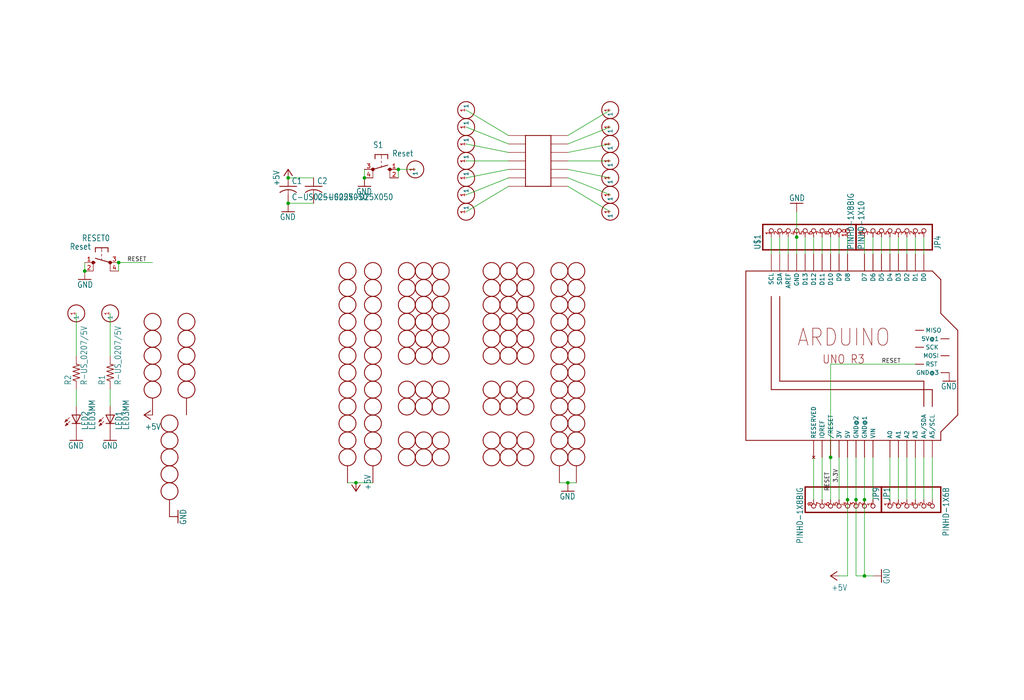
<source format=kicad_sch>
(kicad_sch (version 20211123) (generator eeschema)
  (paper "User" 306.883 210.007)
  (lib_symbols
    (symbol "eagleSchem-eagle-import:+5V" (power)
      (property "Value" "+5V" (at -2.54 -5.08 90))
      (symbol "+5V_1_0"
        (polyline (pts (xy 0 0) (xy -1.27 -1.905)) (stroke (width 0.254)))
        (polyline (pts (xy 1.27 -1.905) (xy 0 0)) (stroke (width 0.254)))
        (pin power_in line (at 0 -2.54 90) (length 2.54) (name "+5V") (number "1"))
      )
    )
    (symbol "eagleSchem-eagle-import:10-XX"
      (property "Reference" "S" (at -6.35 -2.54 90))
      (property "Value" "10-XX" (at -3.81 3.175 90))
      (symbol "10-XX_1_0"
        (circle (center 0 -2.54) (radius 0.127) (stroke (width 0.4064)))
        (polyline (pts (xy -4.445 -1.905) (xy -3.175 -1.905)) (stroke (width 0.254)))
        (polyline (pts (xy -4.445 0) (xy -4.445 -1.905)) (stroke (width 0.254)))
        (polyline (pts (xy -4.445 0) (xy -3.175 0)) (stroke (width 0.1524)))
        (polyline (pts (xy -4.445 1.905) (xy -4.445 0)) (stroke (width 0.254)))
        (polyline (pts (xy -4.445 1.905) (xy -3.175 1.905)) (stroke (width 0.254)))
        (polyline (pts (xy -2.54 0) (xy -1.905 0)) (stroke (width 0.1524)))
        (polyline (pts (xy -1.27 0) (xy -0.635 0)) (stroke (width 0.1524)))
        (polyline (pts (xy 0 -2.54) (xy -1.27 1.905)) (stroke (width 0.254)))
        (polyline (pts (xy 0 1.905) (xy 0 2.54)) (stroke (width 0.254)))
        (polyline (pts (xy 2.54 -2.54) (xy 0 -2.54)) (stroke (width 0.1524)))
        (polyline (pts (xy 2.54 2.54) (xy 0 2.54)) (stroke (width 0.1524)))
        (circle (center 0 2.54) (radius 0.127) (stroke (width 0.4064)))
        (pin passive line (at 0 5.08 270) (length 2.54) (name "S") (number "1"))
        (pin passive line (at 2.54 5.08 270) (length 2.54) (name "S1") (number "2"))
        (pin passive line (at 0 -5.08 90) (length 2.54) (name "P") (number "3"))
        (pin passive line (at 2.54 -5.08 90) (length 2.54) (name "P1") (number "4"))
      )
    )
    (symbol "eagleSchem-eagle-import:12-STRIP"
      (symbol "12-STRIP_1_0"
        (circle (center -25.4 0) (radius 2.54) (stroke (width 0.254)))
        (circle (center -20.32 0) (radius 2.54) (stroke (width 0.254)))
        (circle (center -15.24 0) (radius 2.54) (stroke (width 0.254)))
        (circle (center -10.16 0) (radius 2.54) (stroke (width 0.254)))
        (circle (center -5.08 0) (radius 2.54) (stroke (width 0.254)))
        (circle (center 0 0) (radius 2.54) (stroke (width 0.254)))
        (circle (center 5.08 0) (radius 2.54) (stroke (width 0.254)))
        (circle (center 10.16 0) (radius 2.54) (stroke (width 0.254)))
        (circle (center 15.24 0) (radius 2.54) (stroke (width 0.254)))
        (circle (center 20.32 0) (radius 2.54) (stroke (width 0.254)))
        (circle (center 25.4 0) (radius 2.54) (stroke (width 0.254)))
        (circle (center 30.48 0) (radius 2.54) (stroke (width 0.254)))
        (pin bidirectional line (at -33.02 0 0) (length 5.08) (name "P$1") (number "P$1"))
      )
    )
    (symbol "eagleSchem-eagle-import:3-STRIP"
      (symbol "3-STRIP_1_0"
        (circle (center -5.08 0) (radius 2.54) (stroke (width 0.254)))
        (circle (center 0 0) (radius 2.54) (stroke (width 0.254)))
        (circle (center 5.08 0) (radius 2.54) (stroke (width 0.254)))
      )
    )
    (symbol "eagleSchem-eagle-import:5-STRIP"
      (symbol "5-STRIP_1_0"
        (circle (center 0 0) (radius 2.54) (stroke (width 0.254)))
        (circle (center 5.08 0) (radius 2.54) (stroke (width 0.254)))
        (circle (center 10.16 0) (radius 2.54) (stroke (width 0.254)))
        (circle (center 15.24 0) (radius 2.54) (stroke (width 0.254)))
        (circle (center 20.32 0) (radius 2.54) (stroke (width 0.254)))
        (pin bidirectional line (at -7.62 0 0) (length 5.08) (name "P$1") (number "P$3"))
      )
    )
    (symbol "eagleSchem-eagle-import:ARDUINO_R3_ICSP"
      (symbol "ARDUINO_R3_ICSP_1_0"
        (polyline (pts (xy 0 0) (xy 58.42 0)) (stroke (width 0.254)))
        (polyline (pts (xy 0 50.8) (xy 0 0)) (stroke (width 0.254)))
        (polyline (pts (xy 7.62 15.24) (xy 55.88 15.24)) (stroke (width 0.254)))
        (polyline (pts (xy 7.62 43.18) (xy 7.62 15.24)) (stroke (width 0.254)))
        (polyline (pts (xy 10.16 17.78) (xy 53.34 17.78)) (stroke (width 0.254)))
        (polyline (pts (xy 10.16 43.18) (xy 10.16 17.78)) (stroke (width 0.254)))
        (polyline (pts (xy 53.34 17.78) (xy 53.34 10.16)) (stroke (width 0.254)))
        (polyline (pts (xy 55.88 15.24) (xy 55.88 10.16)) (stroke (width 0.254)))
        (polyline (pts (xy 55.88 50.8) (xy 0 50.8)) (stroke (width 0.254)))
        (polyline (pts (xy 58.42 0) (xy 58.42 2.54)) (stroke (width 0.254)))
        (polyline (pts (xy 58.42 2.54) (xy 63.5 7.62)) (stroke (width 0.254)))
        (polyline (pts (xy 58.42 38.1) (xy 58.42 48.26)) (stroke (width 0.254)))
        (polyline (pts (xy 58.42 48.26) (xy 55.88 50.8)) (stroke (width 0.254)))
        (polyline (pts (xy 63.5 7.62) (xy 63.5 33.02)) (stroke (width 0.254)))
        (polyline (pts (xy 63.5 33.02) (xy 58.42 38.1)) (stroke (width 0.254)))
        (text "ARDUINO" (at 15.24 27.94 0) (effects (font (size 5.08 4.318)) (justify left bottom)))
        (text "UNO R3" (at 22.86 22.86 0) (effects (font (size 2.54 2.159)) (justify left bottom)))
        (pin power_in line (at 27.94 -5.08 90) (length 5.08) (name "3V") (number "3V"))
        (pin power_in line (at 30.48 -5.08 90) (length 5.08) (name "5V") (number "5V"))
        (pin passive line (at 60.96 30.48 180) (length 2.54) (name "5V@1") (number "5V_ICSP"))
        (pin bidirectional line (at 43.18 -5.08 90) (length 5.08) (name "A0") (number "A0"))
        (pin bidirectional line (at 45.72 -5.08 90) (length 5.08) (name "A1") (number "A1"))
        (pin bidirectional line (at 48.26 -5.08 90) (length 5.08) (name "A2") (number "A2"))
        (pin bidirectional line (at 50.8 -5.08 90) (length 5.08) (name "A3") (number "A3"))
        (pin bidirectional line (at 53.34 -5.08 90) (length 5.08) (name "A4/SDA") (number "A4"))
        (pin bidirectional line (at 55.88 -5.08 90) (length 5.08) (name "A5/SCL") (number "A5"))
        (pin bidirectional line (at 12.7 55.88 270) (length 5.08) (name "AREF") (number "AREF"))
        (pin bidirectional line (at 53.34 55.88 270) (length 5.08) (name "D0") (number "D0"))
        (pin bidirectional line (at 50.8 55.88 270) (length 5.08) (name "D1") (number "D1"))
        (pin bidirectional line (at 25.4 55.88 270) (length 5.08) (name "D10") (number "D10"))
        (pin bidirectional line (at 22.86 55.88 270) (length 5.08) (name "D11") (number "D11"))
        (pin bidirectional line (at 20.32 55.88 270) (length 5.08) (name "D12") (number "D12"))
        (pin bidirectional line (at 17.78 55.88 270) (length 5.08) (name "D13") (number "D13"))
        (pin bidirectional line (at 48.26 55.88 270) (length 5.08) (name "D2") (number "D2"))
        (pin bidirectional line (at 45.72 55.88 270) (length 5.08) (name "D3") (number "D3"))
        (pin bidirectional line (at 43.18 55.88 270) (length 5.08) (name "D4") (number "D4"))
        (pin bidirectional line (at 40.64 55.88 270) (length 5.08) (name "D5") (number "D5"))
        (pin bidirectional line (at 38.1 55.88 270) (length 5.08) (name "D6") (number "D6"))
        (pin bidirectional line (at 35.56 55.88 270) (length 5.08) (name "D7") (number "D7"))
        (pin bidirectional line (at 30.48 55.88 270) (length 5.08) (name "D8") (number "D8"))
        (pin bidirectional line (at 27.94 55.88 270) (length 5.08) (name "D9") (number "D9"))
        (pin power_in line (at 15.24 55.88 270) (length 5.08) (name "GND") (number "GND"))
        (pin power_in line (at 33.02 -5.08 90) (length 5.08) (name "GND@2") (number "GND@1"))
        (pin passive line (at 60.96 20.32 180) (length 2.54) (name "GND@3") (number "GND@2"))
        (pin power_in line (at 35.56 -5.08 90) (length 5.08) (name "GND@1") (number "GND@3"))
        (pin output line (at 22.86 -5.08 90) (length 5.08) (name "IOREF") (number "IOREF"))
        (pin passive line (at 50.8 33.02 0) (length 2.54) (name "MISO") (number "MISO"))
        (pin passive line (at 60.96 25.4 180) (length 2.54) (name "MOSI") (number "MOSI"))
        (pin no_connect line (at 20.32 -5.08 90) (length 5.08) (name "RESERVED") (number "RESERVED"))
        (pin bidirectional line (at 25.4 -5.08 90) (length 5.08) (name "/RESET") (number "RESET"))
        (pin passive line (at 50.8 22.86 0) (length 2.54) (name "RST") (number "RESET_ICSP"))
        (pin passive line (at 50.8 27.94 0) (length 2.54) (name "SCK") (number "SCK"))
        (pin bidirectional line (at 7.62 55.88 270) (length 5.08) (name "SCL") (number "SCL"))
        (pin bidirectional line (at 10.16 55.88 270) (length 5.08) (name "SDA") (number "SDA"))
        (pin power_in line (at 38.1 -5.08 90) (length 5.08) (name "VIN") (number "VIN"))
      )
    )
    (symbol "eagleSchem-eagle-import:C-US025-025X050"
      (property "Reference" "C" (at 1.016 0.635 0))
      (property "Value" "C-US025-025X050" (at 1.016 -4.191 0))
      (symbol "C-US025-025X050_1_0"
        (arc (start 0 -1.0161) (mid -1.302 -1.2303) (end -2.4668 -1.8504) (stroke (width 0.254)))
        (polyline (pts (xy -2.54 0) (xy 2.54 0)) (stroke (width 0.254)))
        (polyline (pts (xy 0 -1.016) (xy 0 -2.54)) (stroke (width 0.1524)))
        (arc (start 2.4892 -1.8542) (mid 1.3158 -1.2195) (end 0 -1) (stroke (width 0.254)))
        (pin passive line (at 0 2.54 270) (length 2.54) (name "1") (number "1"))
        (pin passive line (at 0 -5.08 90) (length 2.54) (name "2") (number "2"))
      )
    )
    (symbol "eagleSchem-eagle-import:GND" (power)
      (property "Value" "GND" (at -2.54 -2.54 0))
      (symbol "GND_1_0"
        (polyline (pts (xy -1.905 0) (xy 1.905 0)) (stroke (width 0.254)))
        (pin power_in line (at 0 2.54 270) (length 2.54) (name "GND") (number "1"))
      )
    )
    (symbol "eagleSchem-eagle-import:LED3MM"
      (property "Reference" "LED" (at 3.556 -4.572 90))
      (property "Value" "LED3MM" (at 5.715 -4.572 90))
      (symbol "LED3MM_1_0"
        (polyline (pts (xy -2.032 -0.762) (xy -3.429 -2.159)) (stroke (width 0.1524)))
        (polyline (pts (xy -1.905 -1.905) (xy -3.302 -3.302)) (stroke (width 0.1524)))
        (polyline (pts (xy 0 -2.54) (xy -1.27 -2.54)) (stroke (width 0.254)))
        (polyline (pts (xy 0 -2.54) (xy -1.27 0)) (stroke (width 0.254)))
        (polyline (pts (xy 0 0) (xy -1.27 0)) (stroke (width 0.254)))
        (polyline (pts (xy 0 0) (xy 0 -2.54)) (stroke (width 0.1524)))
        (polyline (pts (xy 1.27 -2.54) (xy 0 -2.54)) (stroke (width 0.254)))
        (polyline (pts (xy 1.27 0) (xy 0 -2.54)) (stroke (width 0.254)))
        (polyline (pts (xy 1.27 0) (xy 0 0)) (stroke (width 0.254)))
        (polyline (pts (xy -3.429 -2.159) (xy -3.048 -1.27) (xy -2.54 -1.778)) (fill (type outline)))
        (polyline (pts (xy -3.302 -3.302) (xy -2.921 -2.413) (xy -2.413 -2.921)) (fill (type outline)))
        (pin passive line (at 0 2.54 270) (length 2.54) (name "A") (number "A"))
        (pin passive line (at 0 -5.08 90) (length 2.54) (name "C") (number "K"))
      )
    )
    (symbol "eagleSchem-eagle-import:PERFHOLE"
      (symbol "PERFHOLE_1_0"
        (circle (center 0 0) (radius 2.54) (stroke (width 0.254)))
        (pin bidirectional line (at 0 0 0) (length 0) (name "1") (number "1"))
      )
    )
    (symbol "eagleSchem-eagle-import:PINHD-1X10"
      (property "Value" "PINHD-1X10" (at -6.35 -17.78 0))
      (symbol "PINHD-1X10_1_0"
        (polyline (pts (xy -6.35 -15.24) (xy 1.27 -15.24)) (stroke (width 0.4064)))
        (polyline (pts (xy -6.35 12.7) (xy -6.35 -15.24)) (stroke (width 0.4064)))
        (polyline (pts (xy 1.27 -15.24) (xy 1.27 12.7)) (stroke (width 0.4064)))
        (polyline (pts (xy 1.27 12.7) (xy -6.35 12.7)) (stroke (width 0.4064)))
        (pin passive inverted (at -2.54 10.16 0) (length 2.54) (name "1") (number "1"))
        (pin passive inverted (at -2.54 -12.7 0) (length 2.54) (name "10") (number "10"))
        (pin passive inverted (at -2.54 7.62 0) (length 2.54) (name "2") (number "2"))
        (pin passive inverted (at -2.54 5.08 0) (length 2.54) (name "3") (number "3"))
        (pin passive inverted (at -2.54 2.54 0) (length 2.54) (name "4") (number "4"))
        (pin passive inverted (at -2.54 0 0) (length 2.54) (name "5") (number "5"))
        (pin passive inverted (at -2.54 -2.54 0) (length 2.54) (name "6") (number "6"))
        (pin passive inverted (at -2.54 -5.08 0) (length 2.54) (name "7") (number "7"))
        (pin passive inverted (at -2.54 -7.62 0) (length 2.54) (name "8") (number "8"))
        (pin passive inverted (at -2.54 -10.16 0) (length 2.54) (name "9") (number "9"))
      )
    )
    (symbol "eagleSchem-eagle-import:PINHD-1X6B"
      (property "Reference" "JP" (at -6.35 10.795 0))
      (property "Value" "PINHD-1X6B" (at -6.35 -10.16 0))
      (symbol "PINHD-1X6B_1_0"
        (polyline (pts (xy -6.35 -7.62) (xy 1.27 -7.62)) (stroke (width 0.4064)))
        (polyline (pts (xy -6.35 10.16) (xy -6.35 -7.62)) (stroke (width 0.4064)))
        (polyline (pts (xy 1.27 -7.62) (xy 1.27 10.16)) (stroke (width 0.4064)))
        (polyline (pts (xy 1.27 10.16) (xy -6.35 10.16)) (stroke (width 0.4064)))
        (pin passive inverted (at -2.54 7.62 0) (length 2.54) (name "1") (number "1"))
        (pin passive inverted (at -2.54 5.08 0) (length 2.54) (name "2") (number "2"))
        (pin passive inverted (at -2.54 2.54 0) (length 2.54) (name "3") (number "3"))
        (pin passive inverted (at -2.54 0 0) (length 2.54) (name "4") (number "4"))
        (pin passive inverted (at -2.54 -2.54 0) (length 2.54) (name "5") (number "5"))
        (pin passive inverted (at -2.54 -5.08 0) (length 2.54) (name "6") (number "6"))
      )
    )
    (symbol "eagleSchem-eagle-import:PINHD-1X8BIG"
      (property "Reference" "JP" (at -6.35 10.795 0))
      (property "Value" "PINHD-1X8BIG" (at -6.35 -15.24 0))
      (symbol "PINHD-1X8BIG_1_0"
        (polyline (pts (xy -6.35 -12.7) (xy 1.27 -12.7)) (stroke (width 0.4064)))
        (polyline (pts (xy -6.35 10.16) (xy -6.35 -12.7)) (stroke (width 0.4064)))
        (polyline (pts (xy 1.27 -12.7) (xy 1.27 10.16)) (stroke (width 0.4064)))
        (polyline (pts (xy 1.27 10.16) (xy -6.35 10.16)) (stroke (width 0.4064)))
        (pin passive inverted (at -2.54 7.62 0) (length 2.54) (name "1") (number "1"))
        (pin passive inverted (at -2.54 5.08 0) (length 2.54) (name "2") (number "2"))
        (pin passive inverted (at -2.54 2.54 0) (length 2.54) (name "3") (number "3"))
        (pin passive inverted (at -2.54 0 0) (length 2.54) (name "4") (number "4"))
        (pin passive inverted (at -2.54 -2.54 0) (length 2.54) (name "5") (number "5"))
        (pin passive inverted (at -2.54 -5.08 0) (length 2.54) (name "6") (number "6"))
        (pin passive inverted (at -2.54 -7.62 0) (length 2.54) (name "7") (number "7"))
        (pin passive inverted (at -2.54 -10.16 0) (length 2.54) (name "8") (number "8"))
      )
    )
    (symbol "eagleSchem-eagle-import:R-US_0207{slash}5V"
      (property "Reference" "R" (at -3.81 1.4986 0))
      (property "Value" "R-US_0207{slash}5V" (at -3.81 -3.302 0))
      (symbol "R-US_0207{slash}5V_1_0"
        (polyline (pts (xy -2.54 0) (xy -2.159 1.016)) (stroke (width 0.2032)))
        (polyline (pts (xy -2.159 1.016) (xy -1.524 -1.016)) (stroke (width 0.2032)))
        (polyline (pts (xy -1.524 -1.016) (xy -0.889 1.016)) (stroke (width 0.2032)))
        (polyline (pts (xy -0.889 1.016) (xy -0.254 -1.016)) (stroke (width 0.2032)))
        (polyline (pts (xy -0.254 -1.016) (xy 0.381 1.016)) (stroke (width 0.2032)))
        (polyline (pts (xy 0.381 1.016) (xy 1.016 -1.016)) (stroke (width 0.2032)))
        (polyline (pts (xy 1.016 -1.016) (xy 1.651 1.016)) (stroke (width 0.2032)))
        (polyline (pts (xy 1.651 1.016) (xy 2.286 -1.016)) (stroke (width 0.2032)))
        (polyline (pts (xy 2.286 -1.016) (xy 2.54 0)) (stroke (width 0.2032)))
        (pin passive line (at -5.08 0 0) (length 2.54) (name "1") (number "1"))
        (pin passive line (at 5.08 0 180) (length 2.54) (name "2") (number "2"))
      )
    )
    (symbol "eagleSchem-eagle-import:SMD-14"
      (symbol "SMD-14_1_0"
        (polyline (pts (xy -2.54 -2.54) (xy -2.54 12.7)) (stroke (width 0.254)))
        (polyline (pts (xy -2.54 12.7) (xy 5.08 12.7)) (stroke (width 0.254)))
        (polyline (pts (xy 5.08 -2.54) (xy -2.54 -2.54)) (stroke (width 0.254)))
        (polyline (pts (xy 5.08 12.7) (xy 5.08 -2.54)) (stroke (width 0.254)))
        (pin bidirectional line (at -7.62 12.7 0) (length 5.08) (name "P$1") (number "P$1"))
        (pin bidirectional line (at 10.16 2.54 180) (length 5.08) (name "P$10") (number "P$10"))
        (pin bidirectional line (at 10.16 5.08 180) (length 5.08) (name "P$11") (number "P$11"))
        (pin bidirectional line (at 10.16 7.62 180) (length 5.08) (name "P$12") (number "P$12"))
        (pin bidirectional line (at 10.16 10.16 180) (length 5.08) (name "P$13") (number "P$13"))
        (pin bidirectional line (at 10.16 12.7 180) (length 5.08) (name "P$14") (number "P$14"))
        (pin bidirectional line (at -7.62 10.16 0) (length 5.08) (name "P$2") (number "P$2"))
        (pin bidirectional line (at -7.62 7.62 0) (length 5.08) (name "P$3") (number "P$3"))
        (pin bidirectional line (at -7.62 5.08 0) (length 5.08) (name "P$4") (number "P$4"))
        (pin bidirectional line (at -7.62 2.54 0) (length 5.08) (name "P$5") (number "P$5"))
        (pin bidirectional line (at -7.62 0 0) (length 5.08) (name "P$6") (number "P$6"))
        (pin bidirectional line (at -7.62 -2.54 0) (length 5.08) (name "P$7") (number "P$7"))
        (pin bidirectional line (at 10.16 -2.54 180) (length 5.08) (name "P$8") (number "P$8"))
        (pin bidirectional line (at 10.16 0 180) (length 5.08) (name "P$9") (number "P$9"))
      )
    )
  )
  (junction (at 109.22 53.34))
  (junction (at 35.56 78.74))
  (junction (at 259.08 149.86))
  (junction (at 259.08 172.72))
  (junction (at 238.76 71.12))
  (junction (at 170.18 144.78))
  (junction (at 106.68 144.78))
  (junction (at 86.36 53.34))
  (junction (at 86.36 60.96))
  (junction (at 254 149.86))
  (junction (at 25.4 81.28))
  (junction (at 256.54 149.86))
  (junction (at 119.38 50.8))
  (junction (at 248.92 137.16))
  (wire (pts (xy 170.18 50.8) (xy 182.88 53.34)))
  (wire (pts (xy 33.02 106.68) (xy 33.02 93.98)))
  (wire (pts (xy 256.54 149.86) (xy 256.54 172.72)))
  (wire (pts (xy 152.4 53.34) (xy 139.7 58.42)))
  (wire (pts (xy 269.24 149.86) (xy 269.24 137.16)))
  (wire (pts (xy 274.32 71.12) (xy 274.32 76.2)))
  (wire (pts (xy 251.46 71.12) (xy 251.46 76.2)))
  (wire (pts (xy 276.86 71.12) (xy 276.86 76.2)))
  (wire (pts (xy 124.46 50.8) (xy 119.38 50.8)))
  (wire (pts (xy 231.14 71.12) (xy 231.14 76.2)))
  (wire (pts (xy 269.24 71.12) (xy 269.24 76.2)))
  (wire (pts (xy 246.38 149.86) (xy 246.38 137.16)))
  (wire (pts (xy 266.7 149.86) (xy 266.7 137.16)))
  (wire (pts (xy 152.4 50.8) (xy 139.7 53.34)))
  (wire (pts (xy 238.76 71.12) (xy 238.76 76.2)))
  (wire (pts (xy 256.54 137.16) (xy 256.54 149.86)))
  (wire (pts (xy 152.4 40.64) (xy 139.7 33.02)))
  (wire (pts (xy 109.22 50.8) (xy 109.22 53.34)))
  (wire (pts (xy 256.54 172.72) (xy 259.08 172.72)))
  (wire (pts (xy 170.18 40.64) (xy 182.88 33.02)))
  (wire (pts (xy 152.4 43.18) (xy 139.7 38.1)))
  (wire (pts (xy 259.08 172.72) (xy 261.62 172.72)))
  (wire (pts (xy 254 149.86) (xy 254 137.16)))
  (wire (pts (xy 35.56 81.28) (xy 35.56 78.74)))
  (wire (pts (xy 248.92 71.12) (xy 248.92 76.2)))
  (wire (pts (xy 152.4 55.88) (xy 139.7 63.5)))
  (wire (pts (xy 254 71.12) (xy 254 76.2)))
  (wire (pts (xy 243.84 137.16) (xy 243.84 149.86)))
  (wire (pts (xy 274.32 109.22) (xy 248.92 109.22)))
  (wire (pts (xy 233.68 71.12) (xy 233.68 76.2)))
  (wire (pts (xy 152.4 48.26) (xy 139.7 48.26)))
  (wire (pts (xy 251.46 137.16) (xy 251.46 149.86)))
  (wire (pts (xy 22.86 93.98) (xy 22.86 106.68)))
  (wire (pts (xy 274.32 149.86) (xy 274.32 137.16)))
  (wire (pts (xy 93.98 53.34) (xy 86.36 53.34)))
  (wire (pts (xy 22.86 116.84) (xy 22.86 121.92)))
  (wire (pts (xy 254 172.72) (xy 254 149.86)))
  (wire (pts (xy 279.4 149.86) (xy 279.4 137.16)))
  (wire (pts (xy 119.38 50.8) (xy 119.38 53.34)))
  (wire (pts (xy 170.18 144.78) (xy 167.64 144.78)))
  (wire (pts (xy 259.08 71.12) (xy 259.08 76.2)))
  (wire (pts (xy 106.68 144.78) (xy 111.76 144.78)))
  (wire (pts (xy 246.38 71.12) (xy 246.38 76.2)))
  (wire (pts (xy 248.92 109.22) (xy 248.92 137.16)))
  (wire (pts (xy 241.3 71.12) (xy 241.3 76.2)))
  (wire (pts (xy 170.18 45.72) (xy 182.88 43.18)))
  (wire (pts (xy 243.84 71.12) (xy 243.84 76.2)))
  (wire (pts (xy 261.62 137.16) (xy 261.62 149.86)))
  (wire (pts (xy 104.14 144.78) (xy 106.68 144.78)))
  (wire (pts (xy 238.76 71.12) (xy 238.76 63.5)))
  (wire (pts (xy 276.86 149.86) (xy 276.86 137.16)))
  (wire (pts (xy 170.18 43.18) (xy 182.88 38.1)))
  (wire (pts (xy 259.08 149.86) (xy 259.08 172.72)))
  (wire (pts (xy 261.62 71.12) (xy 261.62 76.2)))
  (wire (pts (xy 172.72 144.78) (xy 170.18 144.78)))
  (wire (pts (xy 236.22 71.12) (xy 236.22 76.2)))
  (wire (pts (xy 271.78 149.86) (xy 271.78 137.16)))
  (wire (pts (xy 170.18 55.88) (xy 182.88 63.5)))
  (wire (pts (xy 170.18 48.26) (xy 182.88 48.26)))
  (wire (pts (xy 266.7 71.12) (xy 266.7 76.2)))
  (wire (pts (xy 93.98 60.96) (xy 86.36 60.96)))
  (wire (pts (xy 251.46 172.72) (xy 254 172.72)))
  (wire (pts (xy 170.18 53.34) (xy 182.88 58.42)))
  (wire (pts (xy 259.08 137.16) (xy 259.08 149.86)))
  (wire (pts (xy 271.78 71.12) (xy 271.78 76.2)))
  (wire (pts (xy 264.16 71.12) (xy 264.16 76.2)))
  (wire (pts (xy 35.56 78.74) (xy 45.72 78.74)))
  (wire (pts (xy 248.92 149.86) (xy 248.92 137.16)))
  (wire (pts (xy 152.4 45.72) (xy 139.7 43.18)))
  (wire (pts (xy 33.02 116.84) (xy 33.02 121.92)))
  (wire (pts (xy 25.4 78.74) (xy 25.4 81.28)))
  (label "RESET" (at 264.16 109.22 0) (effects (font (size 1.2446 1.2446))))
  (label "RESET" (at 248.92 147.32 90) (effects (font (size 1.2446 1.2446))))
  (label "RESET" (at 38.1 78.74 0) (effects (font (size 1.2446 1.2446))))
  (label "3.3V" (at 251.46 144.78 90) (effects (font (size 1.2446 1.2446))))
  (symbol (lib_id "eagleSchem-eagle-import:PERFHOLE") (at 182.88 58.42 270) (unit 1)
    (property "Reference" "U$35" (effects hide))
    (property "Value" "PERFHOLE" (effects hide))
    (property "Footprint" "eagleSchem:PERFHOLE" (effects hide))
  )
  (symbol (lib_id "eagleSchem-eagle-import:3-STRIP") (at 127 116.84 180) (unit 1)
    (property "Reference" "U$26" (effects hide))
    (property "Value" "3-STRIP" (effects hide))
    (property "Footprint" "eagleSchem:3-STRIP" (effects hide))
  )
  (symbol (lib_id "eagleSchem-eagle-import:10-XX") (at 114.3 50.8 270) (unit 1)
    (property "Reference" "S1" (at 111.76 44.45 90) (effects (font (size 1.778 1.5113)) (justify left bottom)))
    (property "Value" "Reset" (at 117.475 46.99 90) (effects (font (size 1.778 1.5113)) (justify left bottom)))
    (property "Footprint" "eagleSchem:B3F-10XX" (effects hide))
  )
  (symbol (lib_id "eagleSchem-eagle-import:3-STRIP") (at 152.4 106.68 180) (unit 1)
    (property "Reference" "U$15" (effects hide))
    (property "Value" "3-STRIP" (effects hide))
    (property "Footprint" "eagleSchem:3-STRIP" (effects hide))
  )
  (symbol (lib_id "eagleSchem-eagle-import:PERFHOLE") (at 182.88 48.26 270) (unit 1)
    (property "Reference" "U$38" (effects hide))
    (property "Value" "PERFHOLE" (effects hide))
    (property "Footprint" "eagleSchem:PERFHOLE" (effects hide))
  )
  (symbol (lib_id "eagleSchem-eagle-import:+5V") (at 43.18 124.46 90) (unit 1)
    (property "Reference" "#P+5" (effects hide))
    (property "Value" "+5V" (at 48.26 127 90) (effects (font (size 1.778 1.5113)) (justify left bottom)))
    (property "Footprint" "eagleSchem:" (effects hide))
  )
  (symbol (lib_id "eagleSchem-eagle-import:3-STRIP") (at 127 81.28 180) (unit 1)
    (property "Reference" "U$33" (effects hide))
    (property "Value" "3-STRIP" (effects hide))
    (property "Footprint" "eagleSchem:3-STRIP" (effects hide))
  )
  (symbol (lib_id "eagleSchem-eagle-import:PERFHOLE") (at 139.7 53.34 90) (unit 1)
    (property "Reference" "U$19" (effects hide))
    (property "Value" "PERFHOLE" (effects hide))
    (property "Footprint" "eagleSchem:PERFHOLE" (effects hide))
  )
  (symbol (lib_id "eagleSchem-eagle-import:R-US_0207{slash}5V") (at 33.02 111.76 90) (unit 1)
    (property "Reference" "R1" (at 31.5214 115.57 0) (effects (font (size 1.778 1.5113)) (justify left bottom)))
    (property "Value" "R-US_0207{slash}5V" (at 36.322 115.57 0) (effects (font (size 1.778 1.5113)) (justify left bottom)))
    (property "Footprint" "eagleSchem:0207_5V" (effects hide))
  )
  (symbol (lib_id "eagleSchem-eagle-import:12-STRIP") (at 167.64 111.76 90) (unit 1)
    (property "Reference" "GNDSTRIP2" (effects hide))
    (property "Value" "12-STRIP" (effects hide))
    (property "Footprint" "eagleSchem:12-STRIP" (effects hide))
  )
  (symbol (lib_id "eagleSchem-eagle-import:GND") (at 25.4 83.82 0) (mirror y) (unit 1)
    (property "Reference" "#GND2" (effects hide))
    (property "Value" "GND" (at 27.94 86.36 0) (effects (font (size 1.778 1.5113)) (justify left bottom)))
    (property "Footprint" "eagleSchem:" (effects hide))
  )
  (symbol (lib_id "eagleSchem-eagle-import:PERFHOLE") (at 182.88 63.5 270) (unit 1)
    (property "Reference" "U$34" (effects hide))
    (property "Value" "PERFHOLE" (effects hide))
    (property "Footprint" "eagleSchem:PERFHOLE" (effects hide))
  )
  (symbol (lib_id "eagleSchem-eagle-import:GND") (at 22.86 132.08 0) (unit 1)
    (property "Reference" "#GND5" (effects hide))
    (property "Value" "GND" (at 20.32 134.62 0) (effects (font (size 1.778 1.5113)) (justify left bottom)))
    (property "Footprint" "eagleSchem:" (effects hide))
  )
  (symbol (lib_id "eagleSchem-eagle-import:PINHD-1X8BIG") (at 269.24 68.58 270) (mirror x) (unit 1)
    (property "Reference" "JP4" (at 280.035 74.93 0) (effects (font (size 1.778 1.5113)) (justify left bottom)))
    (property "Value" "PINHD-1X8BIG" (at 254 74.93 0) (effects (font (size 1.778 1.5113)) (justify left bottom)))
    (property "Footprint" "eagleSchem:1X08-BIG" (effects hide))
  )
  (symbol (lib_id "eagleSchem-eagle-import:3-STRIP") (at 152.4 96.52 180) (unit 1)
    (property "Reference" "U$13" (effects hide))
    (property "Value" "3-STRIP" (effects hide))
    (property "Footprint" "eagleSchem:3-STRIP" (effects hide))
  )
  (symbol (lib_id "eagleSchem-eagle-import:PINHD-1X6B") (at 274.32 152.4 90) (mirror x) (unit 1)
    (property "Reference" "JP9" (at 263.525 146.05 0) (effects (font (size 1.778 1.5113)) (justify left bottom)))
    (property "Value" "PINHD-1X6B" (at 284.48 146.05 0) (effects (font (size 1.778 1.5113)) (justify left bottom)))
    (property "Footprint" "eagleSchem:1X06-BIG" (effects hide))
  )
  (symbol (lib_id "eagleSchem-eagle-import:12-STRIP") (at 172.72 111.76 90) (unit 1)
    (property "Reference" "GNDSTRIP1" (effects hide))
    (property "Value" "12-STRIP" (effects hide))
    (property "Footprint" "eagleSchem:12-STRIP" (effects hide))
  )
  (symbol (lib_id "eagleSchem-eagle-import:SMD-14") (at 160.02 53.34 0) (unit 1)
    (property "Reference" "IC1" (effects hide))
    (property "Value" "SMD-14" (effects hide))
    (property "Footprint" "eagleSchem:SO-14NMW" (effects hide))
  )
  (symbol (lib_id "eagleSchem-eagle-import:PERFHOLE") (at 182.88 43.18 270) (unit 1)
    (property "Reference" "U$39" (effects hide))
    (property "Value" "PERFHOLE" (effects hide))
    (property "Footprint" "eagleSchem:PERFHOLE" (effects hide))
  )
  (symbol (lib_id "eagleSchem-eagle-import:GND") (at 33.02 132.08 0) (unit 1)
    (property "Reference" "#GND4" (effects hide))
    (property "Value" "GND" (at 30.48 134.62 0) (effects (font (size 1.778 1.5113)) (justify left bottom)))
    (property "Footprint" "eagleSchem:" (effects hide))
  )
  (symbol (lib_id "eagleSchem-eagle-import:C-US025-025X050") (at 86.36 55.88 0) (unit 1)
    (property "Reference" "C1" (at 87.376 55.245 0) (effects (font (size 1.778 1.5113)) (justify left bottom)))
    (property "Value" "C-US025-025X050" (at 87.376 60.071 0) (effects (font (size 1.778 1.5113)) (justify left bottom)))
    (property "Footprint" "eagleSchem:C025-025X050" (effects hide))
  )
  (symbol (lib_id "eagleSchem-eagle-import:3-STRIP") (at 127 106.68 180) (unit 1)
    (property "Reference" "U$28" (effects hide))
    (property "Value" "3-STRIP" (effects hide))
    (property "Footprint" "eagleSchem:3-STRIP" (effects hide))
  )
  (symbol (lib_id "eagleSchem-eagle-import:PINHD-1X8BIG") (at 254 152.4 270) (unit 1)
    (property "Reference" "JP1" (at 264.795 146.05 0) (effects (font (size 1.778 1.5113)) (justify left bottom)))
    (property "Value" "PINHD-1X8BIG" (at 238.76 146.05 0) (effects (font (size 1.778 1.5113)) (justify left bottom)))
    (property "Footprint" "eagleSchem:1X08-BIG" (effects hide))
  )
  (symbol (lib_id "eagleSchem-eagle-import:3-STRIP") (at 127 101.6 180) (unit 1)
    (property "Reference" "U$29" (effects hide))
    (property "Value" "3-STRIP" (effects hide))
    (property "Footprint" "eagleSchem:3-STRIP" (effects hide))
  )
  (symbol (lib_id "eagleSchem-eagle-import:3-STRIP") (at 152.4 132.08 180) (unit 1)
    (property "Reference" "U$20" (effects hide))
    (property "Value" "3-STRIP" (effects hide))
    (property "Footprint" "eagleSchem:3-STRIP" (effects hide))
  )
  (symbol (lib_id "eagleSchem-eagle-import:3-STRIP") (at 152.4 81.28 180) (unit 1)
    (property "Reference" "U$10" (effects hide))
    (property "Value" "3-STRIP" (effects hide))
    (property "Footprint" "eagleSchem:3-STRIP" (effects hide))
  )
  (symbol (lib_id "eagleSchem-eagle-import:5-STRIP") (at 55.88 116.84 90) (unit 1)
    (property "Reference" "U$3" (effects hide))
    (property "Value" "5-STRIP" (effects hide))
    (property "Footprint" "eagleSchem:5-STRIP" (effects hide))
  )
  (symbol (lib_id "eagleSchem-eagle-import:12-STRIP") (at 104.14 111.76 90) (unit 1)
    (property "Reference" "VCCSTRIP1" (effects hide))
    (property "Value" "12-STRIP" (effects hide))
    (property "Footprint" "eagleSchem:12-STRIP" (effects hide))
  )
  (symbol (lib_id "eagleSchem-eagle-import:5-STRIP") (at 50.8 147.32 90) (unit 1)
    (property "Reference" "U$43" (effects hide))
    (property "Value" "5-STRIP" (effects hide))
    (property "Footprint" "eagleSchem:5-STRIP" (effects hide))
  )
  (symbol (lib_id "eagleSchem-eagle-import:3-STRIP") (at 152.4 137.16 180) (unit 1)
    (property "Reference" "U$21" (effects hide))
    (property "Value" "3-STRIP" (effects hide))
    (property "Footprint" "eagleSchem:3-STRIP" (effects hide))
  )
  (symbol (lib_id "eagleSchem-eagle-import:3-STRIP") (at 152.4 116.84 180) (unit 1)
    (property "Reference" "U$17" (effects hide))
    (property "Value" "3-STRIP" (effects hide))
    (property "Footprint" "eagleSchem:3-STRIP" (effects hide))
  )
  (symbol (lib_id "eagleSchem-eagle-import:PERFHOLE") (at 22.86 93.98 270) (unit 1)
    (property "Reference" "U$4" (effects hide))
    (property "Value" "PERFHOLE" (effects hide))
    (property "Footprint" "eagleSchem:PERFHOLE" (effects hide))
  )
  (symbol (lib_id "eagleSchem-eagle-import:PERFHOLE") (at 139.7 43.18 90) (unit 1)
    (property "Reference" "U$8" (effects hide))
    (property "Value" "PERFHOLE" (effects hide))
    (property "Footprint" "eagleSchem:PERFHOLE" (effects hide))
  )
  (symbol (lib_id "eagleSchem-eagle-import:3-STRIP") (at 127 96.52 180) (unit 1)
    (property "Reference" "U$30" (effects hide))
    (property "Value" "3-STRIP" (effects hide))
    (property "Footprint" "eagleSchem:3-STRIP" (effects hide))
  )
  (symbol (lib_id "eagleSchem-eagle-import:GND") (at 109.22 55.88 0) (unit 1)
    (property "Reference" "#GND6" (effects hide))
    (property "Value" "GND" (at 106.68 58.42 0) (effects (font (size 1.778 1.5113)) (justify left bottom)))
    (property "Footprint" "eagleSchem:" (effects hide))
  )
  (symbol (lib_id "eagleSchem-eagle-import:3-STRIP") (at 127 121.92 180) (unit 1)
    (property "Reference" "U$5" (effects hide))
    (property "Value" "3-STRIP" (effects hide))
    (property "Footprint" "eagleSchem:3-STRIP" (effects hide))
  )
  (symbol (lib_id "eagleSchem-eagle-import:GND") (at 53.34 154.94 90) (unit 1)
    (property "Reference" "#GND9" (effects hide))
    (property "Value" "GND" (at 55.88 157.48 0) (effects (font (size 1.778 1.5113)) (justify left bottom)))
    (property "Footprint" "eagleSchem:" (effects hide))
  )
  (symbol (lib_id "eagleSchem-eagle-import:PERFHOLE") (at 124.46 50.8 270) (unit 1)
    (property "Reference" "U$16" (effects hide))
    (property "Value" "PERFHOLE" (effects hide))
    (property "Footprint" "eagleSchem:PERFHOLE" (effects hide))
  )
  (symbol (lib_id "eagleSchem-eagle-import:C-US025-025X050") (at 93.98 55.88 0) (unit 1)
    (property "Reference" "C2" (at 94.996 55.245 0) (effects (font (size 1.778 1.5113)) (justify left bottom)))
    (property "Value" "C-US025-025X050" (at 94.996 60.071 0) (effects (font (size 1.778 1.5113)) (justify left bottom)))
    (property "Footprint" "eagleSchem:C025-025X050" (effects hide))
  )
  (symbol (lib_id "eagleSchem-eagle-import:3-STRIP") (at 152.4 121.92 180) (unit 1)
    (property "Reference" "U$18" (effects hide))
    (property "Value" "3-STRIP" (effects hide))
    (property "Footprint" "eagleSchem:3-STRIP" (effects hide))
  )
  (symbol (lib_id "eagleSchem-eagle-import:3-STRIP") (at 127 132.08 180) (unit 1)
    (property "Reference" "U$23" (effects hide))
    (property "Value" "3-STRIP" (effects hide))
    (property "Footprint" "eagleSchem:3-STRIP" (effects hide))
  )
  (symbol (lib_id "eagleSchem-eagle-import:+5V") (at 106.68 147.32 180) (unit 1)
    (property "Reference" "#P+2" (effects hide))
    (property "Value" "+5V" (at 109.22 142.24 90) (effects (font (size 1.778 1.5113)) (justify left bottom)))
    (property "Footprint" "eagleSchem:" (effects hide))
  )
  (symbol (lib_id "eagleSchem-eagle-import:+5V") (at 86.36 50.8 0) (unit 1)
    (property "Reference" "#P+4" (effects hide))
    (property "Value" "+5V" (at 83.82 55.88 90) (effects (font (size 1.778 1.5113)) (justify left bottom)))
    (property "Footprint" "eagleSchem:" (effects hide))
  )
  (symbol (lib_id "eagleSchem-eagle-import:PERFHOLE") (at 139.7 33.02 90) (unit 1)
    (property "Reference" "U$2" (effects hide))
    (property "Value" "PERFHOLE" (effects hide))
    (property "Footprint" "eagleSchem:PERFHOLE" (effects hide))
  )
  (symbol (lib_id "eagleSchem-eagle-import:3-STRIP") (at 127 86.36 180) (unit 1)
    (property "Reference" "U$32" (effects hide))
    (property "Value" "3-STRIP" (effects hide))
    (property "Footprint" "eagleSchem:3-STRIP" (effects hide))
  )
  (symbol (lib_id "eagleSchem-eagle-import:3-STRIP") (at 127 91.44 180) (unit 1)
    (property "Reference" "U$31" (effects hide))
    (property "Value" "3-STRIP" (effects hide))
    (property "Footprint" "eagleSchem:3-STRIP" (effects hide))
  )
  (symbol (lib_id "eagleSchem-eagle-import:3-STRIP") (at 152.4 101.6 180) (unit 1)
    (property "Reference" "U$14" (effects hide))
    (property "Value" "3-STRIP" (effects hide))
    (property "Footprint" "eagleSchem:3-STRIP" (effects hide))
  )
  (symbol (lib_id "eagleSchem-eagle-import:GND") (at 264.16 172.72 90) (unit 1)
    (property "Reference" "#GND1" (effects hide))
    (property "Value" "GND" (at 266.7 175.26 0) (effects (font (size 1.778 1.5113)) (justify left bottom)))
    (property "Footprint" "eagleSchem:" (effects hide))
  )
  (symbol (lib_id "eagleSchem-eagle-import:3-STRIP") (at 127 137.16 180) (unit 1)
    (property "Reference" "U$22" (effects hide))
    (property "Value" "3-STRIP" (effects hide))
    (property "Footprint" "eagleSchem:3-STRIP" (effects hide))
  )
  (symbol (lib_id "eagleSchem-eagle-import:3-STRIP") (at 152.4 91.44 180) (unit 1)
    (property "Reference" "U$12" (effects hide))
    (property "Value" "3-STRIP" (effects hide))
    (property "Footprint" "eagleSchem:3-STRIP" (effects hide))
  )
  (symbol (lib_id "eagleSchem-eagle-import:PERFHOLE") (at 139.7 58.42 90) (unit 1)
    (property "Reference" "U$25" (effects hide))
    (property "Value" "PERFHOLE" (effects hide))
    (property "Footprint" "eagleSchem:PERFHOLE" (effects hide))
  )
  (symbol (lib_id "eagleSchem-eagle-import:PERFHOLE") (at 182.88 33.02 270) (unit 1)
    (property "Reference" "U$41" (effects hide))
    (property "Value" "PERFHOLE" (effects hide))
    (property "Footprint" "eagleSchem:PERFHOLE" (effects hide))
  )
  (symbol (lib_id "eagleSchem-eagle-import:R-US_0207{slash}5V") (at 22.86 111.76 90) (unit 1)
    (property "Reference" "R2" (at 21.3614 115.57 0) (effects (font (size 1.778 1.5113)) (justify left bottom)))
    (property "Value" "R-US_0207{slash}5V" (at 26.162 115.57 0) (effects (font (size 1.778 1.5113)) (justify left bottom)))
    (property "Footprint" "eagleSchem:0207_5V" (effects hide))
  )
  (symbol (lib_id "eagleSchem-eagle-import:PERFHOLE") (at 139.7 38.1 90) (unit 1)
    (property "Reference" "U$6" (effects hide))
    (property "Value" "PERFHOLE" (effects hide))
    (property "Footprint" "eagleSchem:PERFHOLE" (effects hide))
  )
  (symbol (lib_id "eagleSchem-eagle-import:PINHD-1X10") (at 241.3 68.58 90) (unit 1)
    (property "Reference" "U$1" (at 227.965 74.93 0) (effects (font (size 1.778 1.5113)) (justify left bottom)))
    (property "Value" "PINHD-1X10" (at 259.08 74.93 0) (effects (font (size 1.778 1.5113)) (justify left bottom)))
    (property "Footprint" "eagleSchem:1X10-BIG" (effects hide))
  )
  (symbol (lib_id "eagleSchem-eagle-import:LED3MM") (at 33.02 124.46 0) (unit 1)
    (property "Reference" "LED1" (at 36.576 129.032 90) (effects (font (size 1.778 1.5113)) (justify left bottom)))
    (property "Value" "LED3MM" (at 38.735 129.032 90) (effects (font (size 1.778 1.5113)) (justify left bottom)))
    (property "Footprint" "eagleSchem:LED3MM" (effects hide))
  )
  (symbol (lib_id "eagleSchem-eagle-import:GND") (at 170.18 147.32 0) (unit 1)
    (property "Reference" "#GND7" (effects hide))
    (property "Value" "GND" (at 167.64 149.86 0) (effects (font (size 1.778 1.5113)) (justify left bottom)))
    (property "Footprint" "eagleSchem:" (effects hide))
  )
  (symbol (lib_id "eagleSchem-eagle-import:PERFHOLE") (at 182.88 53.34 270) (unit 1)
    (property "Reference" "U$37" (effects hide))
    (property "Value" "PERFHOLE" (effects hide))
    (property "Footprint" "eagleSchem:PERFHOLE" (effects hide))
  )
  (symbol (lib_id "eagleSchem-eagle-import:GND") (at 238.76 60.96 180) (unit 1)
    (property "Reference" "#GND10" (effects hide))
    (property "Value" "GND" (at 241.3 58.42 0) (effects (font (size 1.778 1.5113)) (justify left bottom)))
    (property "Footprint" "eagleSchem:" (effects hide))
  )
  (symbol (lib_id "eagleSchem-eagle-import:10-XX") (at 30.48 78.74 90) (mirror x) (unit 1)
    (property "Reference" "RESET0" (at 33.02 72.39 90) (effects (font (size 1.778 1.5113)) (justify left bottom)))
    (property "Value" "Reset" (at 27.305 74.93 90) (effects (font (size 1.778 1.5113)) (justify left bottom)))
    (property "Footprint" "eagleSchem:B3F-10XX" (effects hide))
  )
  (symbol (lib_id "eagleSchem-eagle-import:5-STRIP") (at 45.72 116.84 90) (unit 1)
    (property "Reference" "U$24" (effects hide))
    (property "Value" "5-STRIP" (effects hide))
    (property "Footprint" "eagleSchem:5-STRIP" (effects hide))
  )
  (symbol (lib_id "eagleSchem-eagle-import:PERFHOLE") (at 182.88 38.1 270) (unit 1)
    (property "Reference" "U$40" (effects hide))
    (property "Value" "PERFHOLE" (effects hide))
    (property "Footprint" "eagleSchem:PERFHOLE" (effects hide))
  )
  (symbol (lib_id "eagleSchem-eagle-import:3-STRIP") (at 152.4 86.36 180) (unit 1)
    (property "Reference" "U$11" (effects hide))
    (property "Value" "3-STRIP" (effects hide))
    (property "Footprint" "eagleSchem:3-STRIP" (effects hide))
  )
  (symbol (lib_id "eagleSchem-eagle-import:GND") (at 86.36 63.5 0) (unit 1)
    (property "Reference" "#GND8" (effects hide))
    (property "Value" "GND" (at 83.82 66.04 0) (effects (font (size 1.778 1.5113)) (justify left bottom)))
    (property "Footprint" "eagleSchem:" (effects hide))
  )
  (symbol (lib_id "eagleSchem-eagle-import:GND") (at 284.48 114.3 0) (unit 1)
    (property "Reference" "#GND3" (effects hide))
    (property "Value" "GND" (at 281.94 116.84 0) (effects (font (size 1.778 1.5113)) (justify left bottom)))
    (property "Footprint" "eagleSchem:" (effects hide))
  )
  (symbol (lib_id "eagleSchem-eagle-import:PERFHOLE") (at 139.7 48.26 90) (unit 1)
    (property "Reference" "U$9" (effects hide))
    (property "Value" "PERFHOLE" (effects hide))
    (property "Footprint" "eagleSchem:PERFHOLE" (effects hide))
  )
  (symbol (lib_id "eagleSchem-eagle-import:+5V") (at 248.92 172.72 90) (unit 1)
    (property "Reference" "#P+1" (effects hide))
    (property "Value" "+5V" (at 254 175.26 90) (effects (font (size 1.778 1.5113)) (justify left bottom)))
    (property "Footprint" "eagleSchem:" (effects hide))
  )
  (symbol (lib_id "eagleSchem-eagle-import:PERFHOLE") (at 33.02 93.98 270) (unit 1)
    (property "Reference" "U$7" (effects hide))
    (property "Value" "PERFHOLE" (effects hide))
    (property "Footprint" "eagleSchem:PERFHOLE" (effects hide))
  )
  (symbol (lib_id "eagleSchem-eagle-import:ARDUINO_R3_ICSP") (at 223.52 132.08 0) (unit 1)
    (property "Reference" "M1" (effects hide))
    (property "Value" "ARDUINO_R3_ICSP" (effects hide))
    (property "Footprint" "eagleSchem:ARDUINOR3_ICSP" (effects hide))
  )
  (symbol (lib_id "eagleSchem-eagle-import:LED3MM") (at 22.86 124.46 0) (unit 1)
    (property "Reference" "LED2" (at 26.416 129.032 90) (effects (font (size 1.778 1.5113)) (justify left bottom)))
    (property "Value" "LED3MM" (at 28.575 129.032 90) (effects (font (size 1.778 1.5113)) (justify left bottom)))
    (property "Footprint" "eagleSchem:LED3MM" (effects hide))
  )
  (symbol (lib_id "eagleSchem-eagle-import:12-STRIP") (at 111.76 111.76 90) (unit 1)
    (property "Reference" "VCCSTRIP2" (effects hide))
    (property "Value" "12-STRIP" (effects hide))
    (property "Footprint" "eagleSchem:12-STRIP" (effects hide))
  )
  (symbol (lib_id "eagleSchem-eagle-import:PERFHOLE") (at 139.7 63.5 90) (unit 1)
    (property "Reference" "U$27" (effects hide))
    (property "Value" "PERFHOLE" (effects hide))
    (property "Footprint" "eagleSchem:PERFHOLE" (effects hide))
  )
)
</source>
